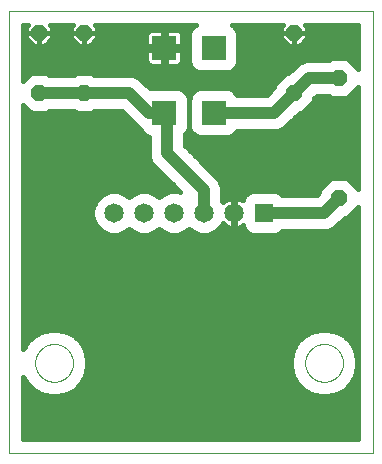
<source format=gbl>
G75*
%MOIN*%
%OFA0B0*%
%FSLAX25Y25*%
%IPPOS*%
%LPD*%
%AMOC8*
5,1,8,0,0,1.08239X$1,22.5*
%
%ADD10C,0.00000*%
%ADD11OC8,0.05200*%
%ADD12R,0.08268X0.08268*%
%ADD13R,0.06457X0.06457*%
%ADD14C,0.06457*%
%ADD15C,0.01600*%
%ADD16C,0.04000*%
D10*
X0003531Y0001800D02*
X0003531Y0149261D01*
X0124732Y0149261D01*
X0124732Y0001800D01*
X0003531Y0001800D01*
X0012232Y0031800D02*
X0012234Y0031958D01*
X0012240Y0032116D01*
X0012250Y0032274D01*
X0012264Y0032432D01*
X0012282Y0032589D01*
X0012303Y0032746D01*
X0012329Y0032902D01*
X0012359Y0033058D01*
X0012392Y0033213D01*
X0012430Y0033366D01*
X0012471Y0033519D01*
X0012516Y0033671D01*
X0012565Y0033822D01*
X0012618Y0033971D01*
X0012674Y0034119D01*
X0012734Y0034265D01*
X0012798Y0034410D01*
X0012866Y0034553D01*
X0012937Y0034695D01*
X0013011Y0034835D01*
X0013089Y0034972D01*
X0013171Y0035108D01*
X0013255Y0035242D01*
X0013344Y0035373D01*
X0013435Y0035502D01*
X0013530Y0035629D01*
X0013627Y0035754D01*
X0013728Y0035876D01*
X0013832Y0035995D01*
X0013939Y0036112D01*
X0014049Y0036226D01*
X0014162Y0036337D01*
X0014277Y0036446D01*
X0014395Y0036551D01*
X0014516Y0036653D01*
X0014639Y0036753D01*
X0014765Y0036849D01*
X0014893Y0036942D01*
X0015023Y0037032D01*
X0015156Y0037118D01*
X0015291Y0037202D01*
X0015427Y0037281D01*
X0015566Y0037358D01*
X0015707Y0037430D01*
X0015849Y0037500D01*
X0015993Y0037565D01*
X0016139Y0037627D01*
X0016286Y0037685D01*
X0016435Y0037740D01*
X0016585Y0037791D01*
X0016736Y0037838D01*
X0016888Y0037881D01*
X0017041Y0037920D01*
X0017196Y0037956D01*
X0017351Y0037987D01*
X0017507Y0038015D01*
X0017663Y0038039D01*
X0017820Y0038059D01*
X0017978Y0038075D01*
X0018135Y0038087D01*
X0018294Y0038095D01*
X0018452Y0038099D01*
X0018610Y0038099D01*
X0018768Y0038095D01*
X0018927Y0038087D01*
X0019084Y0038075D01*
X0019242Y0038059D01*
X0019399Y0038039D01*
X0019555Y0038015D01*
X0019711Y0037987D01*
X0019866Y0037956D01*
X0020021Y0037920D01*
X0020174Y0037881D01*
X0020326Y0037838D01*
X0020477Y0037791D01*
X0020627Y0037740D01*
X0020776Y0037685D01*
X0020923Y0037627D01*
X0021069Y0037565D01*
X0021213Y0037500D01*
X0021355Y0037430D01*
X0021496Y0037358D01*
X0021635Y0037281D01*
X0021771Y0037202D01*
X0021906Y0037118D01*
X0022039Y0037032D01*
X0022169Y0036942D01*
X0022297Y0036849D01*
X0022423Y0036753D01*
X0022546Y0036653D01*
X0022667Y0036551D01*
X0022785Y0036446D01*
X0022900Y0036337D01*
X0023013Y0036226D01*
X0023123Y0036112D01*
X0023230Y0035995D01*
X0023334Y0035876D01*
X0023435Y0035754D01*
X0023532Y0035629D01*
X0023627Y0035502D01*
X0023718Y0035373D01*
X0023807Y0035242D01*
X0023891Y0035108D01*
X0023973Y0034972D01*
X0024051Y0034835D01*
X0024125Y0034695D01*
X0024196Y0034553D01*
X0024264Y0034410D01*
X0024328Y0034265D01*
X0024388Y0034119D01*
X0024444Y0033971D01*
X0024497Y0033822D01*
X0024546Y0033671D01*
X0024591Y0033519D01*
X0024632Y0033366D01*
X0024670Y0033213D01*
X0024703Y0033058D01*
X0024733Y0032902D01*
X0024759Y0032746D01*
X0024780Y0032589D01*
X0024798Y0032432D01*
X0024812Y0032274D01*
X0024822Y0032116D01*
X0024828Y0031958D01*
X0024830Y0031800D01*
X0024828Y0031642D01*
X0024822Y0031484D01*
X0024812Y0031326D01*
X0024798Y0031168D01*
X0024780Y0031011D01*
X0024759Y0030854D01*
X0024733Y0030698D01*
X0024703Y0030542D01*
X0024670Y0030387D01*
X0024632Y0030234D01*
X0024591Y0030081D01*
X0024546Y0029929D01*
X0024497Y0029778D01*
X0024444Y0029629D01*
X0024388Y0029481D01*
X0024328Y0029335D01*
X0024264Y0029190D01*
X0024196Y0029047D01*
X0024125Y0028905D01*
X0024051Y0028765D01*
X0023973Y0028628D01*
X0023891Y0028492D01*
X0023807Y0028358D01*
X0023718Y0028227D01*
X0023627Y0028098D01*
X0023532Y0027971D01*
X0023435Y0027846D01*
X0023334Y0027724D01*
X0023230Y0027605D01*
X0023123Y0027488D01*
X0023013Y0027374D01*
X0022900Y0027263D01*
X0022785Y0027154D01*
X0022667Y0027049D01*
X0022546Y0026947D01*
X0022423Y0026847D01*
X0022297Y0026751D01*
X0022169Y0026658D01*
X0022039Y0026568D01*
X0021906Y0026482D01*
X0021771Y0026398D01*
X0021635Y0026319D01*
X0021496Y0026242D01*
X0021355Y0026170D01*
X0021213Y0026100D01*
X0021069Y0026035D01*
X0020923Y0025973D01*
X0020776Y0025915D01*
X0020627Y0025860D01*
X0020477Y0025809D01*
X0020326Y0025762D01*
X0020174Y0025719D01*
X0020021Y0025680D01*
X0019866Y0025644D01*
X0019711Y0025613D01*
X0019555Y0025585D01*
X0019399Y0025561D01*
X0019242Y0025541D01*
X0019084Y0025525D01*
X0018927Y0025513D01*
X0018768Y0025505D01*
X0018610Y0025501D01*
X0018452Y0025501D01*
X0018294Y0025505D01*
X0018135Y0025513D01*
X0017978Y0025525D01*
X0017820Y0025541D01*
X0017663Y0025561D01*
X0017507Y0025585D01*
X0017351Y0025613D01*
X0017196Y0025644D01*
X0017041Y0025680D01*
X0016888Y0025719D01*
X0016736Y0025762D01*
X0016585Y0025809D01*
X0016435Y0025860D01*
X0016286Y0025915D01*
X0016139Y0025973D01*
X0015993Y0026035D01*
X0015849Y0026100D01*
X0015707Y0026170D01*
X0015566Y0026242D01*
X0015427Y0026319D01*
X0015291Y0026398D01*
X0015156Y0026482D01*
X0015023Y0026568D01*
X0014893Y0026658D01*
X0014765Y0026751D01*
X0014639Y0026847D01*
X0014516Y0026947D01*
X0014395Y0027049D01*
X0014277Y0027154D01*
X0014162Y0027263D01*
X0014049Y0027374D01*
X0013939Y0027488D01*
X0013832Y0027605D01*
X0013728Y0027724D01*
X0013627Y0027846D01*
X0013530Y0027971D01*
X0013435Y0028098D01*
X0013344Y0028227D01*
X0013255Y0028358D01*
X0013171Y0028492D01*
X0013089Y0028628D01*
X0013011Y0028765D01*
X0012937Y0028905D01*
X0012866Y0029047D01*
X0012798Y0029190D01*
X0012734Y0029335D01*
X0012674Y0029481D01*
X0012618Y0029629D01*
X0012565Y0029778D01*
X0012516Y0029929D01*
X0012471Y0030081D01*
X0012430Y0030234D01*
X0012392Y0030387D01*
X0012359Y0030542D01*
X0012329Y0030698D01*
X0012303Y0030854D01*
X0012282Y0031011D01*
X0012264Y0031168D01*
X0012250Y0031326D01*
X0012240Y0031484D01*
X0012234Y0031642D01*
X0012232Y0031800D01*
X0102232Y0031800D02*
X0102234Y0031958D01*
X0102240Y0032116D01*
X0102250Y0032274D01*
X0102264Y0032432D01*
X0102282Y0032589D01*
X0102303Y0032746D01*
X0102329Y0032902D01*
X0102359Y0033058D01*
X0102392Y0033213D01*
X0102430Y0033366D01*
X0102471Y0033519D01*
X0102516Y0033671D01*
X0102565Y0033822D01*
X0102618Y0033971D01*
X0102674Y0034119D01*
X0102734Y0034265D01*
X0102798Y0034410D01*
X0102866Y0034553D01*
X0102937Y0034695D01*
X0103011Y0034835D01*
X0103089Y0034972D01*
X0103171Y0035108D01*
X0103255Y0035242D01*
X0103344Y0035373D01*
X0103435Y0035502D01*
X0103530Y0035629D01*
X0103627Y0035754D01*
X0103728Y0035876D01*
X0103832Y0035995D01*
X0103939Y0036112D01*
X0104049Y0036226D01*
X0104162Y0036337D01*
X0104277Y0036446D01*
X0104395Y0036551D01*
X0104516Y0036653D01*
X0104639Y0036753D01*
X0104765Y0036849D01*
X0104893Y0036942D01*
X0105023Y0037032D01*
X0105156Y0037118D01*
X0105291Y0037202D01*
X0105427Y0037281D01*
X0105566Y0037358D01*
X0105707Y0037430D01*
X0105849Y0037500D01*
X0105993Y0037565D01*
X0106139Y0037627D01*
X0106286Y0037685D01*
X0106435Y0037740D01*
X0106585Y0037791D01*
X0106736Y0037838D01*
X0106888Y0037881D01*
X0107041Y0037920D01*
X0107196Y0037956D01*
X0107351Y0037987D01*
X0107507Y0038015D01*
X0107663Y0038039D01*
X0107820Y0038059D01*
X0107978Y0038075D01*
X0108135Y0038087D01*
X0108294Y0038095D01*
X0108452Y0038099D01*
X0108610Y0038099D01*
X0108768Y0038095D01*
X0108927Y0038087D01*
X0109084Y0038075D01*
X0109242Y0038059D01*
X0109399Y0038039D01*
X0109555Y0038015D01*
X0109711Y0037987D01*
X0109866Y0037956D01*
X0110021Y0037920D01*
X0110174Y0037881D01*
X0110326Y0037838D01*
X0110477Y0037791D01*
X0110627Y0037740D01*
X0110776Y0037685D01*
X0110923Y0037627D01*
X0111069Y0037565D01*
X0111213Y0037500D01*
X0111355Y0037430D01*
X0111496Y0037358D01*
X0111635Y0037281D01*
X0111771Y0037202D01*
X0111906Y0037118D01*
X0112039Y0037032D01*
X0112169Y0036942D01*
X0112297Y0036849D01*
X0112423Y0036753D01*
X0112546Y0036653D01*
X0112667Y0036551D01*
X0112785Y0036446D01*
X0112900Y0036337D01*
X0113013Y0036226D01*
X0113123Y0036112D01*
X0113230Y0035995D01*
X0113334Y0035876D01*
X0113435Y0035754D01*
X0113532Y0035629D01*
X0113627Y0035502D01*
X0113718Y0035373D01*
X0113807Y0035242D01*
X0113891Y0035108D01*
X0113973Y0034972D01*
X0114051Y0034835D01*
X0114125Y0034695D01*
X0114196Y0034553D01*
X0114264Y0034410D01*
X0114328Y0034265D01*
X0114388Y0034119D01*
X0114444Y0033971D01*
X0114497Y0033822D01*
X0114546Y0033671D01*
X0114591Y0033519D01*
X0114632Y0033366D01*
X0114670Y0033213D01*
X0114703Y0033058D01*
X0114733Y0032902D01*
X0114759Y0032746D01*
X0114780Y0032589D01*
X0114798Y0032432D01*
X0114812Y0032274D01*
X0114822Y0032116D01*
X0114828Y0031958D01*
X0114830Y0031800D01*
X0114828Y0031642D01*
X0114822Y0031484D01*
X0114812Y0031326D01*
X0114798Y0031168D01*
X0114780Y0031011D01*
X0114759Y0030854D01*
X0114733Y0030698D01*
X0114703Y0030542D01*
X0114670Y0030387D01*
X0114632Y0030234D01*
X0114591Y0030081D01*
X0114546Y0029929D01*
X0114497Y0029778D01*
X0114444Y0029629D01*
X0114388Y0029481D01*
X0114328Y0029335D01*
X0114264Y0029190D01*
X0114196Y0029047D01*
X0114125Y0028905D01*
X0114051Y0028765D01*
X0113973Y0028628D01*
X0113891Y0028492D01*
X0113807Y0028358D01*
X0113718Y0028227D01*
X0113627Y0028098D01*
X0113532Y0027971D01*
X0113435Y0027846D01*
X0113334Y0027724D01*
X0113230Y0027605D01*
X0113123Y0027488D01*
X0113013Y0027374D01*
X0112900Y0027263D01*
X0112785Y0027154D01*
X0112667Y0027049D01*
X0112546Y0026947D01*
X0112423Y0026847D01*
X0112297Y0026751D01*
X0112169Y0026658D01*
X0112039Y0026568D01*
X0111906Y0026482D01*
X0111771Y0026398D01*
X0111635Y0026319D01*
X0111496Y0026242D01*
X0111355Y0026170D01*
X0111213Y0026100D01*
X0111069Y0026035D01*
X0110923Y0025973D01*
X0110776Y0025915D01*
X0110627Y0025860D01*
X0110477Y0025809D01*
X0110326Y0025762D01*
X0110174Y0025719D01*
X0110021Y0025680D01*
X0109866Y0025644D01*
X0109711Y0025613D01*
X0109555Y0025585D01*
X0109399Y0025561D01*
X0109242Y0025541D01*
X0109084Y0025525D01*
X0108927Y0025513D01*
X0108768Y0025505D01*
X0108610Y0025501D01*
X0108452Y0025501D01*
X0108294Y0025505D01*
X0108135Y0025513D01*
X0107978Y0025525D01*
X0107820Y0025541D01*
X0107663Y0025561D01*
X0107507Y0025585D01*
X0107351Y0025613D01*
X0107196Y0025644D01*
X0107041Y0025680D01*
X0106888Y0025719D01*
X0106736Y0025762D01*
X0106585Y0025809D01*
X0106435Y0025860D01*
X0106286Y0025915D01*
X0106139Y0025973D01*
X0105993Y0026035D01*
X0105849Y0026100D01*
X0105707Y0026170D01*
X0105566Y0026242D01*
X0105427Y0026319D01*
X0105291Y0026398D01*
X0105156Y0026482D01*
X0105023Y0026568D01*
X0104893Y0026658D01*
X0104765Y0026751D01*
X0104639Y0026847D01*
X0104516Y0026947D01*
X0104395Y0027049D01*
X0104277Y0027154D01*
X0104162Y0027263D01*
X0104049Y0027374D01*
X0103939Y0027488D01*
X0103832Y0027605D01*
X0103728Y0027724D01*
X0103627Y0027846D01*
X0103530Y0027971D01*
X0103435Y0028098D01*
X0103344Y0028227D01*
X0103255Y0028358D01*
X0103171Y0028492D01*
X0103089Y0028628D01*
X0103011Y0028765D01*
X0102937Y0028905D01*
X0102866Y0029047D01*
X0102798Y0029190D01*
X0102734Y0029335D01*
X0102674Y0029481D01*
X0102618Y0029629D01*
X0102565Y0029778D01*
X0102516Y0029929D01*
X0102471Y0030081D01*
X0102430Y0030234D01*
X0102392Y0030387D01*
X0102359Y0030542D01*
X0102329Y0030698D01*
X0102303Y0030854D01*
X0102282Y0031011D01*
X0102264Y0031168D01*
X0102250Y0031326D01*
X0102240Y0031484D01*
X0102234Y0031642D01*
X0102232Y0031800D01*
D11*
X0113531Y0086800D03*
X0098531Y0121800D03*
X0098531Y0141800D03*
X0113531Y0126800D03*
X0028531Y0121800D03*
X0028531Y0141800D03*
X0013531Y0141800D03*
X0013531Y0121800D03*
D12*
X0055263Y0115146D03*
X0071799Y0115146D03*
X0071799Y0136800D03*
X0055263Y0136800D03*
D13*
X0088531Y0081800D03*
D14*
X0078531Y0081800D03*
X0068531Y0081800D03*
X0058531Y0081800D03*
X0048531Y0081800D03*
X0038531Y0081800D03*
D15*
X0043531Y0087022D02*
X0042626Y0087928D01*
X0039969Y0089028D01*
X0037093Y0089028D01*
X0034437Y0087928D01*
X0032403Y0085895D01*
X0031303Y0083238D01*
X0031303Y0080362D01*
X0032403Y0077705D01*
X0034437Y0075672D01*
X0037093Y0074572D01*
X0039969Y0074572D01*
X0042626Y0075672D01*
X0043531Y0076578D01*
X0044437Y0075672D01*
X0047093Y0074572D01*
X0049969Y0074572D01*
X0052626Y0075672D01*
X0053531Y0076578D01*
X0054437Y0075672D01*
X0057093Y0074572D01*
X0059969Y0074572D01*
X0062626Y0075672D01*
X0063531Y0076578D01*
X0064437Y0075672D01*
X0067093Y0074572D01*
X0069969Y0074572D01*
X0072626Y0075672D01*
X0074659Y0077705D01*
X0074910Y0078310D01*
X0075255Y0077965D01*
X0075896Y0077499D01*
X0076601Y0077140D01*
X0077354Y0076895D01*
X0078135Y0076772D01*
X0078258Y0076772D01*
X0078258Y0081527D01*
X0078804Y0081527D01*
X0078804Y0076772D01*
X0078927Y0076772D01*
X0079709Y0076895D01*
X0080461Y0077140D01*
X0081167Y0077499D01*
X0081359Y0077639D01*
X0081912Y0076306D01*
X0083037Y0075181D01*
X0084507Y0074572D01*
X0092555Y0074572D01*
X0094025Y0075181D01*
X0094645Y0075800D01*
X0109725Y0075800D01*
X0111930Y0076713D01*
X0115416Y0080200D01*
X0116265Y0080200D01*
X0119932Y0083867D01*
X0119932Y0006600D01*
X0008331Y0006600D01*
X0008331Y0027269D01*
X0009650Y0024985D01*
X0011716Y0022918D01*
X0014247Y0021457D01*
X0017070Y0020701D01*
X0019992Y0020701D01*
X0022815Y0021457D01*
X0025346Y0022918D01*
X0027413Y0024985D01*
X0028874Y0027516D01*
X0029630Y0030339D01*
X0029630Y0033261D01*
X0028874Y0036084D01*
X0027413Y0038615D01*
X0025346Y0040682D01*
X0022815Y0042143D01*
X0019992Y0042899D01*
X0017070Y0042899D01*
X0014247Y0042143D01*
X0011716Y0040682D01*
X0009650Y0038615D01*
X0008331Y0036331D01*
X0008331Y0117666D01*
X0010797Y0115200D01*
X0016265Y0115200D01*
X0016865Y0115800D01*
X0025197Y0115800D01*
X0025797Y0115200D01*
X0031265Y0115200D01*
X0031865Y0115800D01*
X0041046Y0115800D01*
X0046786Y0110060D01*
X0047279Y0109856D01*
X0047739Y0108747D01*
X0048864Y0107622D01*
X0050031Y0107138D01*
X0050031Y0100607D01*
X0050945Y0098401D01*
X0052632Y0096713D01*
X0060564Y0088782D01*
X0059969Y0089028D01*
X0057093Y0089028D01*
X0054437Y0087928D01*
X0053531Y0087022D01*
X0052626Y0087928D01*
X0049969Y0089028D01*
X0047093Y0089028D01*
X0044437Y0087928D01*
X0043531Y0087022D01*
X0042163Y0088120D02*
X0044900Y0088120D01*
X0052163Y0088120D02*
X0054900Y0088120D01*
X0058029Y0091317D02*
X0008331Y0091317D01*
X0008331Y0092915D02*
X0056431Y0092915D01*
X0054832Y0094514D02*
X0008331Y0094514D01*
X0008331Y0096112D02*
X0053234Y0096112D01*
X0051635Y0097711D02*
X0008331Y0097711D01*
X0008331Y0099309D02*
X0050569Y0099309D01*
X0050031Y0100908D02*
X0008331Y0100908D01*
X0008331Y0102506D02*
X0050031Y0102506D01*
X0050031Y0104105D02*
X0008331Y0104105D01*
X0008331Y0105703D02*
X0050031Y0105703D01*
X0049636Y0107302D02*
X0008331Y0107302D01*
X0008331Y0108900D02*
X0047675Y0108900D01*
X0046347Y0110499D02*
X0008331Y0110499D01*
X0008331Y0112097D02*
X0044749Y0112097D01*
X0043150Y0113696D02*
X0008331Y0113696D01*
X0008331Y0115294D02*
X0010703Y0115294D01*
X0009105Y0116893D02*
X0008331Y0116893D01*
X0008331Y0125934D02*
X0008331Y0144461D01*
X0009969Y0144461D01*
X0009131Y0143623D01*
X0009131Y0141800D01*
X0013531Y0141800D01*
X0013531Y0141800D01*
X0009131Y0141800D01*
X0009131Y0139977D01*
X0011709Y0137400D01*
X0013531Y0137400D01*
X0013531Y0141800D01*
X0013531Y0141800D01*
X0013531Y0137400D01*
X0015354Y0137400D01*
X0017931Y0139977D01*
X0017931Y0141800D01*
X0017931Y0143623D01*
X0017093Y0144461D01*
X0024969Y0144461D01*
X0024131Y0143623D01*
X0024131Y0141800D01*
X0028531Y0141800D01*
X0028531Y0141800D01*
X0024131Y0141800D01*
X0024131Y0139977D01*
X0026709Y0137400D01*
X0028531Y0137400D01*
X0028531Y0141800D01*
X0028531Y0141800D01*
X0028531Y0137400D01*
X0030354Y0137400D01*
X0032931Y0139977D01*
X0032931Y0141800D01*
X0032931Y0143623D01*
X0032093Y0144461D01*
X0065727Y0144461D01*
X0065399Y0144325D01*
X0064274Y0143200D01*
X0063665Y0141730D01*
X0063665Y0131870D01*
X0064274Y0130400D01*
X0065399Y0129275D01*
X0066869Y0128666D01*
X0076728Y0128666D01*
X0078199Y0129275D01*
X0079324Y0130400D01*
X0079933Y0131870D01*
X0079933Y0141730D01*
X0079324Y0143200D01*
X0078199Y0144325D01*
X0077871Y0144461D01*
X0094969Y0144461D01*
X0094131Y0143623D01*
X0094131Y0141800D01*
X0098531Y0141800D01*
X0098531Y0141800D01*
X0094131Y0141800D01*
X0094131Y0139977D01*
X0096709Y0137400D01*
X0098531Y0137400D01*
X0098531Y0141800D01*
X0098531Y0141800D01*
X0098531Y0137400D01*
X0100354Y0137400D01*
X0102931Y0139977D01*
X0102931Y0141800D01*
X0102931Y0143623D01*
X0102093Y0144461D01*
X0119932Y0144461D01*
X0119932Y0129733D01*
X0116265Y0133400D01*
X0110797Y0133400D01*
X0110197Y0132800D01*
X0102338Y0132800D01*
X0100132Y0131887D01*
X0098445Y0130199D01*
X0096646Y0128400D01*
X0095797Y0128400D01*
X0091931Y0124534D01*
X0091931Y0123685D01*
X0089392Y0121146D01*
X0079489Y0121146D01*
X0079324Y0121546D01*
X0078199Y0122671D01*
X0076728Y0123280D01*
X0066869Y0123280D01*
X0065399Y0122671D01*
X0064274Y0121546D01*
X0063665Y0120076D01*
X0063665Y0110217D01*
X0064274Y0108747D01*
X0065399Y0107622D01*
X0066869Y0107013D01*
X0076728Y0107013D01*
X0078199Y0107622D01*
X0079324Y0108747D01*
X0079489Y0109146D01*
X0093071Y0109146D01*
X0095276Y0110060D01*
X0100416Y0115200D01*
X0101265Y0115200D01*
X0105131Y0119066D01*
X0105131Y0119915D01*
X0106016Y0120800D01*
X0110197Y0120800D01*
X0110797Y0120200D01*
X0116265Y0120200D01*
X0119932Y0123867D01*
X0119932Y0089733D01*
X0116265Y0093400D01*
X0110797Y0093400D01*
X0106931Y0089534D01*
X0106931Y0088685D01*
X0106046Y0087800D01*
X0094645Y0087800D01*
X0094025Y0088419D01*
X0092555Y0089028D01*
X0084507Y0089028D01*
X0083037Y0088419D01*
X0081912Y0087294D01*
X0081359Y0085961D01*
X0081167Y0086101D01*
X0080461Y0086460D01*
X0079709Y0086705D01*
X0078927Y0086828D01*
X0078804Y0086828D01*
X0078804Y0082073D01*
X0078258Y0082073D01*
X0078258Y0086828D01*
X0078135Y0086828D01*
X0077354Y0086705D01*
X0076601Y0086460D01*
X0075896Y0086101D01*
X0075255Y0085635D01*
X0074910Y0085290D01*
X0074659Y0085895D01*
X0074531Y0086022D01*
X0074531Y0090493D01*
X0073618Y0092699D01*
X0062031Y0104285D01*
X0062031Y0107990D01*
X0062788Y0108747D01*
X0063397Y0110217D01*
X0063397Y0120076D01*
X0062788Y0121546D01*
X0061663Y0122671D01*
X0060193Y0123280D01*
X0050536Y0123280D01*
X0048618Y0125199D01*
X0046930Y0126887D01*
X0044725Y0127800D01*
X0031865Y0127800D01*
X0031265Y0128400D01*
X0025797Y0128400D01*
X0025197Y0127800D01*
X0016865Y0127800D01*
X0016265Y0128400D01*
X0010797Y0128400D01*
X0008331Y0125934D01*
X0008331Y0126484D02*
X0008881Y0126484D01*
X0008331Y0128082D02*
X0010480Y0128082D01*
X0008331Y0129681D02*
X0064993Y0129681D01*
X0063910Y0131279D02*
X0060556Y0131279D01*
X0060503Y0131226D02*
X0060838Y0131561D01*
X0061075Y0131971D01*
X0061197Y0132429D01*
X0061197Y0136222D01*
X0055842Y0136222D01*
X0055842Y0137378D01*
X0061197Y0137378D01*
X0061197Y0141171D01*
X0061075Y0141629D01*
X0060838Y0142039D01*
X0060503Y0142374D01*
X0060092Y0142611D01*
X0059634Y0142734D01*
X0055841Y0142734D01*
X0055841Y0137378D01*
X0054686Y0137378D01*
X0054686Y0142734D01*
X0050893Y0142734D01*
X0050435Y0142611D01*
X0050024Y0142374D01*
X0049689Y0142039D01*
X0049452Y0141629D01*
X0049330Y0141171D01*
X0049330Y0137378D01*
X0054685Y0137378D01*
X0054685Y0136222D01*
X0049330Y0136222D01*
X0049330Y0132429D01*
X0049452Y0131971D01*
X0049689Y0131561D01*
X0050024Y0131226D01*
X0050435Y0130989D01*
X0050893Y0130866D01*
X0054686Y0130866D01*
X0054686Y0136222D01*
X0055841Y0136222D01*
X0055841Y0130866D01*
X0059634Y0130866D01*
X0060092Y0130989D01*
X0060503Y0131226D01*
X0061197Y0132878D02*
X0063665Y0132878D01*
X0063665Y0134476D02*
X0061197Y0134476D01*
X0061197Y0136075D02*
X0063665Y0136075D01*
X0063665Y0137673D02*
X0061197Y0137673D01*
X0061197Y0139272D02*
X0063665Y0139272D01*
X0063665Y0140870D02*
X0061197Y0140870D01*
X0060338Y0142469D02*
X0063971Y0142469D01*
X0065142Y0144068D02*
X0032486Y0144068D01*
X0032931Y0142469D02*
X0050189Y0142469D01*
X0049330Y0140870D02*
X0032931Y0140870D01*
X0032931Y0141800D02*
X0028531Y0141800D01*
X0032931Y0141800D01*
X0032226Y0139272D02*
X0049330Y0139272D01*
X0049330Y0137673D02*
X0030627Y0137673D01*
X0028531Y0137673D02*
X0028531Y0137673D01*
X0028531Y0139272D02*
X0028531Y0139272D01*
X0028531Y0140870D02*
X0028531Y0140870D01*
X0028531Y0141800D02*
X0028531Y0141800D01*
X0026435Y0137673D02*
X0015627Y0137673D01*
X0017226Y0139272D02*
X0024837Y0139272D01*
X0024131Y0140870D02*
X0017931Y0140870D01*
X0017931Y0141800D02*
X0013531Y0141800D01*
X0017931Y0141800D01*
X0017931Y0142469D02*
X0024131Y0142469D01*
X0024576Y0144068D02*
X0017486Y0144068D01*
X0013531Y0141800D02*
X0013531Y0141800D01*
X0013531Y0140870D02*
X0013531Y0140870D01*
X0013531Y0139272D02*
X0013531Y0139272D01*
X0013531Y0137673D02*
X0013531Y0137673D01*
X0011435Y0137673D02*
X0008331Y0137673D01*
X0008331Y0136075D02*
X0049330Y0136075D01*
X0049330Y0134476D02*
X0008331Y0134476D01*
X0008331Y0132878D02*
X0049330Y0132878D01*
X0049971Y0131279D02*
X0008331Y0131279D01*
X0008331Y0139272D02*
X0009837Y0139272D01*
X0009131Y0140870D02*
X0008331Y0140870D01*
X0008331Y0142469D02*
X0009131Y0142469D01*
X0009576Y0144068D02*
X0008331Y0144068D01*
X0016583Y0128082D02*
X0025480Y0128082D01*
X0031583Y0128082D02*
X0095480Y0128082D01*
X0093881Y0126484D02*
X0047333Y0126484D01*
X0048931Y0124885D02*
X0092283Y0124885D01*
X0091533Y0123287D02*
X0050530Y0123287D01*
X0054686Y0131279D02*
X0055841Y0131279D01*
X0055841Y0132878D02*
X0054686Y0132878D01*
X0054686Y0134476D02*
X0055841Y0134476D01*
X0055841Y0136075D02*
X0054686Y0136075D01*
X0054686Y0137673D02*
X0055841Y0137673D01*
X0055841Y0139272D02*
X0054686Y0139272D01*
X0054686Y0140870D02*
X0055841Y0140870D01*
X0055841Y0142469D02*
X0054686Y0142469D01*
X0062646Y0121688D02*
X0064416Y0121688D01*
X0063671Y0120090D02*
X0063392Y0120090D01*
X0063397Y0118491D02*
X0063665Y0118491D01*
X0063665Y0116893D02*
X0063397Y0116893D01*
X0063397Y0115294D02*
X0063665Y0115294D01*
X0063665Y0113696D02*
X0063397Y0113696D01*
X0063397Y0112097D02*
X0063665Y0112097D01*
X0063665Y0110499D02*
X0063397Y0110499D01*
X0062852Y0108900D02*
X0064210Y0108900D01*
X0066171Y0107302D02*
X0062031Y0107302D01*
X0062031Y0105703D02*
X0119932Y0105703D01*
X0119932Y0104105D02*
X0062212Y0104105D01*
X0063810Y0102506D02*
X0119932Y0102506D01*
X0119932Y0100908D02*
X0065409Y0100908D01*
X0067007Y0099309D02*
X0119932Y0099309D01*
X0119932Y0097711D02*
X0068606Y0097711D01*
X0070204Y0096112D02*
X0119932Y0096112D01*
X0119932Y0094514D02*
X0071803Y0094514D01*
X0073401Y0092915D02*
X0110313Y0092915D01*
X0108714Y0091317D02*
X0074190Y0091317D01*
X0074531Y0089718D02*
X0107116Y0089718D01*
X0106366Y0088120D02*
X0094325Y0088120D01*
X0094176Y0075332D02*
X0119932Y0075332D01*
X0119932Y0076930D02*
X0112147Y0076930D01*
X0113745Y0078529D02*
X0119932Y0078529D01*
X0119932Y0080127D02*
X0115344Y0080127D01*
X0117791Y0081726D02*
X0119932Y0081726D01*
X0119932Y0083324D02*
X0119389Y0083324D01*
X0119932Y0091317D02*
X0118348Y0091317D01*
X0119932Y0092915D02*
X0116750Y0092915D01*
X0119932Y0107302D02*
X0077426Y0107302D01*
X0079387Y0108900D02*
X0119932Y0108900D01*
X0119932Y0110499D02*
X0095715Y0110499D01*
X0097314Y0112097D02*
X0119932Y0112097D01*
X0119932Y0113696D02*
X0098912Y0113696D01*
X0101359Y0115294D02*
X0119932Y0115294D01*
X0119932Y0116893D02*
X0102958Y0116893D01*
X0104556Y0118491D02*
X0119932Y0118491D01*
X0119932Y0120090D02*
X0105306Y0120090D01*
X0097927Y0129681D02*
X0078604Y0129681D01*
X0079688Y0131279D02*
X0099525Y0131279D01*
X0098531Y0137673D02*
X0098531Y0137673D01*
X0098531Y0139272D02*
X0098531Y0139272D01*
X0098531Y0140870D02*
X0098531Y0140870D01*
X0098531Y0141800D02*
X0098531Y0141800D01*
X0102931Y0141800D01*
X0098531Y0141800D01*
X0094837Y0139272D02*
X0079933Y0139272D01*
X0079933Y0140870D02*
X0094131Y0140870D01*
X0094131Y0142469D02*
X0079626Y0142469D01*
X0078456Y0144068D02*
X0094576Y0144068D01*
X0096435Y0137673D02*
X0079933Y0137673D01*
X0079933Y0136075D02*
X0119932Y0136075D01*
X0119932Y0137673D02*
X0100627Y0137673D01*
X0102226Y0139272D02*
X0119932Y0139272D01*
X0119932Y0140870D02*
X0102931Y0140870D01*
X0102931Y0142469D02*
X0119932Y0142469D01*
X0119932Y0144068D02*
X0102486Y0144068D01*
X0110275Y0132878D02*
X0079933Y0132878D01*
X0079933Y0134476D02*
X0119932Y0134476D01*
X0119932Y0132878D02*
X0116787Y0132878D01*
X0118386Y0131279D02*
X0119932Y0131279D01*
X0119932Y0123287D02*
X0119352Y0123287D01*
X0119932Y0121688D02*
X0117753Y0121688D01*
X0089934Y0121688D02*
X0079182Y0121688D01*
X0059628Y0089718D02*
X0008331Y0089718D01*
X0008331Y0088120D02*
X0034900Y0088120D01*
X0033030Y0086521D02*
X0008331Y0086521D01*
X0008331Y0084923D02*
X0032001Y0084923D01*
X0031339Y0083324D02*
X0008331Y0083324D01*
X0008331Y0081726D02*
X0031303Y0081726D01*
X0031400Y0080127D02*
X0008331Y0080127D01*
X0008331Y0078529D02*
X0032062Y0078529D01*
X0033179Y0076930D02*
X0008331Y0076930D01*
X0008331Y0075332D02*
X0035259Y0075332D01*
X0041803Y0075332D02*
X0045259Y0075332D01*
X0051803Y0075332D02*
X0055259Y0075332D01*
X0061803Y0075332D02*
X0065259Y0075332D01*
X0071803Y0075332D02*
X0082886Y0075332D01*
X0081653Y0076930D02*
X0079815Y0076930D01*
X0078804Y0076930D02*
X0078258Y0076930D01*
X0077247Y0076930D02*
X0073884Y0076930D01*
X0078258Y0078529D02*
X0078804Y0078529D01*
X0078804Y0080127D02*
X0078258Y0080127D01*
X0078258Y0083324D02*
X0078804Y0083324D01*
X0078804Y0084923D02*
X0078258Y0084923D01*
X0078258Y0086521D02*
X0078804Y0086521D01*
X0080273Y0086521D02*
X0081592Y0086521D01*
X0082737Y0088120D02*
X0074531Y0088120D01*
X0074531Y0086521D02*
X0076789Y0086521D01*
X0103589Y0041763D02*
X0023474Y0041763D01*
X0025864Y0040164D02*
X0101199Y0040164D01*
X0101716Y0040682D02*
X0099650Y0038615D01*
X0098188Y0036084D01*
X0097432Y0033261D01*
X0097432Y0030339D01*
X0098188Y0027516D01*
X0099650Y0024985D01*
X0101716Y0022918D01*
X0104247Y0021457D01*
X0107070Y0020701D01*
X0109992Y0020701D01*
X0112815Y0021457D01*
X0115346Y0022918D01*
X0117413Y0024985D01*
X0118874Y0027516D01*
X0119630Y0030339D01*
X0119630Y0033261D01*
X0118874Y0036084D01*
X0117413Y0038615D01*
X0115346Y0040682D01*
X0112815Y0042143D01*
X0109992Y0042899D01*
X0107070Y0042899D01*
X0104247Y0042143D01*
X0101716Y0040682D01*
X0099621Y0038566D02*
X0027441Y0038566D01*
X0028364Y0036967D02*
X0098698Y0036967D01*
X0097997Y0035369D02*
X0029066Y0035369D01*
X0029494Y0033770D02*
X0097568Y0033770D01*
X0097432Y0032172D02*
X0029630Y0032172D01*
X0029630Y0030573D02*
X0097432Y0030573D01*
X0097797Y0028975D02*
X0029265Y0028975D01*
X0028793Y0027376D02*
X0098269Y0027376D01*
X0099192Y0025778D02*
X0027870Y0025778D01*
X0026607Y0024179D02*
X0100455Y0024179D01*
X0102301Y0022581D02*
X0024761Y0022581D01*
X0021042Y0020982D02*
X0106020Y0020982D01*
X0111042Y0020982D02*
X0119932Y0020982D01*
X0119932Y0019384D02*
X0008331Y0019384D01*
X0008331Y0020982D02*
X0016020Y0020982D01*
X0012301Y0022581D02*
X0008331Y0022581D01*
X0008331Y0024179D02*
X0010455Y0024179D01*
X0009192Y0025778D02*
X0008331Y0025778D01*
X0008331Y0017785D02*
X0119932Y0017785D01*
X0119932Y0016187D02*
X0008331Y0016187D01*
X0008331Y0014588D02*
X0119932Y0014588D01*
X0119932Y0012990D02*
X0008331Y0012990D01*
X0008331Y0011391D02*
X0119932Y0011391D01*
X0119932Y0009793D02*
X0008331Y0009793D01*
X0008331Y0008194D02*
X0119932Y0008194D01*
X0119932Y0022581D02*
X0114761Y0022581D01*
X0116607Y0024179D02*
X0119932Y0024179D01*
X0119932Y0025778D02*
X0117870Y0025778D01*
X0118793Y0027376D02*
X0119932Y0027376D01*
X0119932Y0028975D02*
X0119265Y0028975D01*
X0119630Y0030573D02*
X0119932Y0030573D01*
X0119932Y0032172D02*
X0119630Y0032172D01*
X0119494Y0033770D02*
X0119932Y0033770D01*
X0119932Y0035369D02*
X0119066Y0035369D01*
X0118364Y0036967D02*
X0119932Y0036967D01*
X0119932Y0038566D02*
X0117441Y0038566D01*
X0115864Y0040164D02*
X0119932Y0040164D01*
X0119932Y0041763D02*
X0113474Y0041763D01*
X0119932Y0043361D02*
X0008331Y0043361D01*
X0008331Y0041763D02*
X0013589Y0041763D01*
X0011199Y0040164D02*
X0008331Y0040164D01*
X0008331Y0038566D02*
X0009621Y0038566D01*
X0008698Y0036967D02*
X0008331Y0036967D01*
X0008331Y0044960D02*
X0119932Y0044960D01*
X0119932Y0046558D02*
X0008331Y0046558D01*
X0008331Y0048157D02*
X0119932Y0048157D01*
X0119932Y0049755D02*
X0008331Y0049755D01*
X0008331Y0051354D02*
X0119932Y0051354D01*
X0119932Y0052952D02*
X0008331Y0052952D01*
X0008331Y0054551D02*
X0119932Y0054551D01*
X0119932Y0056149D02*
X0008331Y0056149D01*
X0008331Y0057748D02*
X0119932Y0057748D01*
X0119932Y0059346D02*
X0008331Y0059346D01*
X0008331Y0060945D02*
X0119932Y0060945D01*
X0119932Y0062543D02*
X0008331Y0062543D01*
X0008331Y0064142D02*
X0119932Y0064142D01*
X0119932Y0065740D02*
X0008331Y0065740D01*
X0008331Y0067339D02*
X0119932Y0067339D01*
X0119932Y0068937D02*
X0008331Y0068937D01*
X0008331Y0070536D02*
X0119932Y0070536D01*
X0119932Y0072134D02*
X0008331Y0072134D01*
X0008331Y0073733D02*
X0119932Y0073733D01*
X0041552Y0115294D02*
X0031359Y0115294D01*
X0025703Y0115294D02*
X0016359Y0115294D01*
D16*
X0013531Y0121800D02*
X0028531Y0121800D01*
X0043531Y0121800D01*
X0050185Y0115146D01*
X0055263Y0115146D01*
X0056031Y0114379D01*
X0056031Y0101800D01*
X0068531Y0089300D01*
X0068531Y0081800D01*
X0088531Y0081800D02*
X0108531Y0081800D01*
X0113531Y0086800D01*
X0091878Y0115146D02*
X0098531Y0121800D01*
X0103531Y0126800D01*
X0113531Y0126800D01*
X0091878Y0115146D02*
X0071799Y0115146D01*
M02*

</source>
